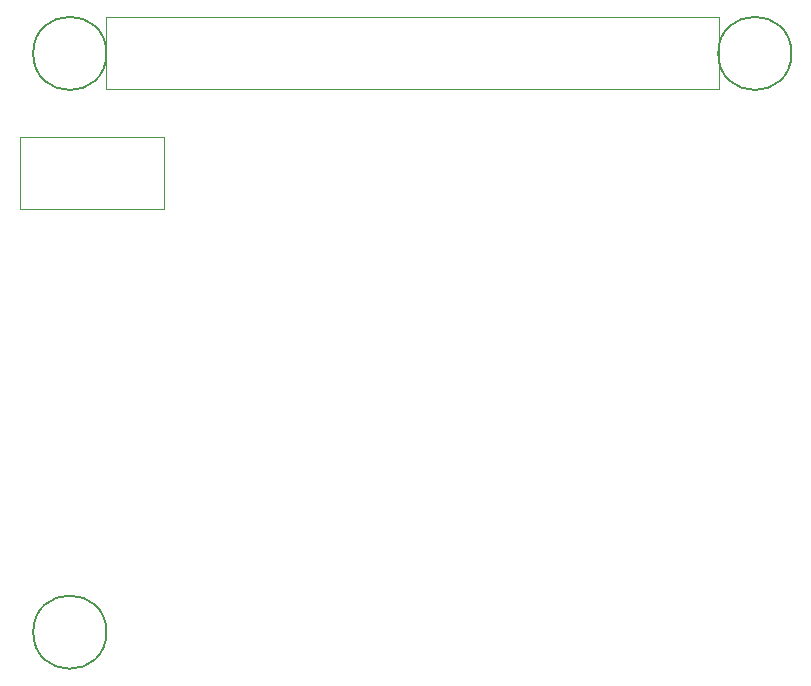
<source format=gbr>
G04 #@! TF.FileFunction,Other,User*
%FSLAX46Y46*%
G04 Gerber Fmt 4.6, Leading zero omitted, Abs format (unit mm)*
G04 Created by KiCad (PCBNEW 4.0.0-rc1-stable) date 02/05/2017 19:37:09*
%MOMM*%
G01*
G04 APERTURE LIST*
%ADD10C,0.100000*%
%ADD11C,0.050000*%
%ADD12C,0.150000*%
G04 APERTURE END LIST*
D10*
D11*
X97641000Y-66678400D02*
X149491000Y-66678400D01*
X149491000Y-66678400D02*
X149491000Y-72828400D01*
X149491000Y-72828400D02*
X97641000Y-72828400D01*
X97641000Y-72828400D02*
X97641000Y-66678400D01*
D12*
X155659000Y-69786000D02*
G75*
G03X155659000Y-69786000I-3100000J0D01*
G01*
X97659000Y-118786000D02*
G75*
G03X97659000Y-118786000I-3100000J0D01*
G01*
X97659000Y-69786000D02*
G75*
G03X97659000Y-69786000I-3100000J0D01*
G01*
D11*
X102511000Y-76838400D02*
X102511000Y-82988400D01*
X102511000Y-82988400D02*
X90311000Y-82988400D01*
X90311000Y-82988400D02*
X90311000Y-76838400D01*
X90311000Y-76838400D02*
X102511000Y-76838400D01*
M02*

</source>
